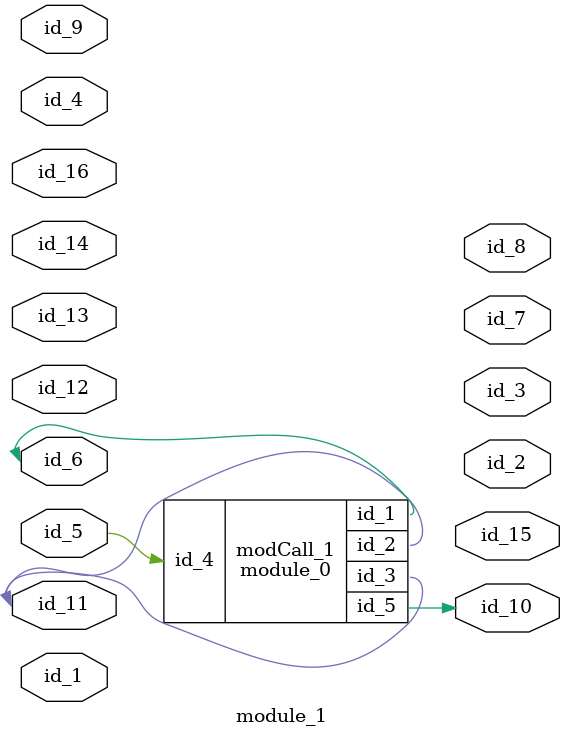
<source format=v>
module module_0 (
    id_1,
    id_2,
    id_3,
    id_4,
    id_5
);
  output wire id_5;
  input wire id_4;
  inout wire id_3;
  inout wire id_2;
  inout wire id_1;
  wire id_6 = id_1;
endmodule
module module_1 (
    id_1,
    id_2,
    id_3,
    id_4,
    id_5,
    id_6,
    id_7,
    id_8,
    id_9,
    id_10,
    id_11,
    id_12,
    id_13,
    id_14,
    id_15,
    id_16
);
  input wire id_16;
  output wire id_15;
  input wire id_14;
  inout wire id_13;
  module_0 modCall_1 (
      id_6,
      id_11,
      id_11,
      id_5,
      id_10
  );
  inout wire id_12;
  inout wire id_11;
  output wire id_10;
  input wire id_9;
  output wire id_8;
  output wire id_7;
  inout wire id_6;
  inout wire id_5;
  input wire id_4;
  output wire id_3;
  output wire id_2;
  input wire id_1;
endmodule

</source>
